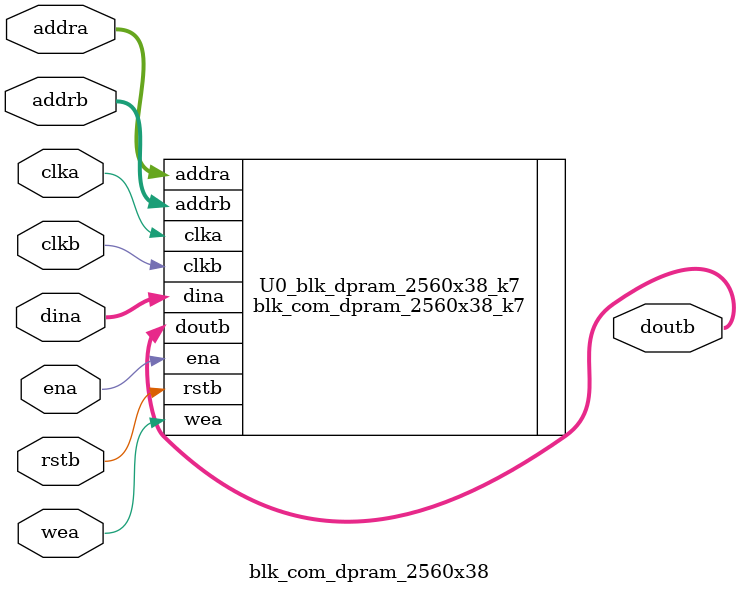
<source format=v>
`timescale 1ns/100ps

module blk_com_dpram_2560x38(
input           clka  ,
input           ena   ,
input  [0 : 0]  wea   ,
input  [11 : 0] addra ,
input  [37 : 0] dina  ,
input           clkb  ,
input           rstb  ,
input  [11 : 0] addrb ,
output [37 : 0] doutb
);

wire [37 : 0] S_doutb;


//`ifdef Xilinx_K7  ///blk_dpram_2560x38_k7_funcsim
blk_com_dpram_2560x38_k7 U0_blk_dpram_2560x38_k7(
.clka    (clka   ),
.ena     (ena    ),
.wea     (wea    ),
.addra   (addra  ),
.dina    (dina   ),
.rstb    (rstb   ),
.clkb    (clkb   ),
.addrb   (addrb  ),
.doutb   (doutb  )
);
/// `endif
/// `ifdef Xilinx_S6
/// dpram_2560x38_xilinx U0_xgmii_delay_dpram(
/// .clka    (clka   ),
/// .ena     (ena    ),
/// .wea     (wea    ),
/// .addra   (addra  ),
/// .dina    (dina   ),
/// .clkb    (clkb   ),
/// .rstb    (rstb   ),
/// .addrb   (addrb  ),
/// .doutb   (doutb  )
///);
///`endif



endmodule
</source>
